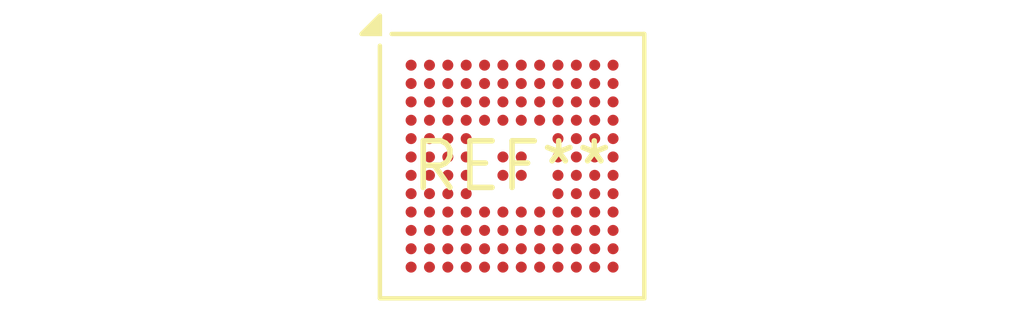
<source format=kicad_pcb>
(kicad_pcb (version 20240108) (generator pcbnew)
  (layers (0 "F.Cu" signal) (31 "B.Cu" signal) (34 "B.Paste" user) (35 "F.Paste" user) (36 "B.SilkS" user "B.Silkscreen") (37 "F.SilkS" user "F.Silkscreen") (38 "B.Mask" user) (39 "F.Mask" user) (44 "Edge.Cuts" user))
  (net 0 "")
  (footprint "UFBGA-132_7x7mm_P0.5mm" (layer "F.Cu") (at 0 0)
    (property "Reference" "REF**")
    (property "Value" "UFBGA-132_7x7mm_P0.5mm")
    (fp_line (start -3.6 3.6) (end -3.6 -3.28) (layer "F.SilkS") (stroke (width 0.12)))
    (fp_line (start -3.28 -3.6) (end 3.6 -3.6) (layer "F.SilkS") (stroke (width 0.12)))
    (fp_line (start 3.6 -3.6) (end 3.6 3.6) (layer "F.SilkS") (stroke (width 0.12)))
    (fp_line (start 3.6 3.6) (end -3.6 3.6) (layer "F.SilkS") (stroke (width 0.12)))
    (fp_poly (pts (xy -3.6 -3.6) (xy -4.1 -3.6) (xy -3.6 -4.1) (xy -3.6 -3.6)) (layer "F.SilkS") (stroke (width 0.12)) (fill solid))
    (pad "A1" smd circle (at -2.75 -2.75) (size 0.3 0.3) (property pad_prop_bga) (layers "F.Cu" "F.Paste" "F.Mask"))
    (pad "A2" smd circle (at -2.25 -2.75) (size 0.3 0.3) (property pad_prop_bga) (layers "F.Cu" "F.Paste" "F.Mask"))
    (pad "A3" smd circle (at -1.75 -2.75) (size 0.3 0.3) (property pad_prop_bga) (layers "F.Cu" "F.Paste" "F.Mask"))
    (pad "A4" smd circle (at -1.25 -2.75) (size 0.3 0.3) (property pad_prop_bga) (layers "F.Cu" "F.Paste" "F.Mask"))
    (pad "A5" smd circle (at -0.75 -2.75) (size 0.3 0.3) (property pad_prop_bga) (layers "F.Cu" "F.Paste" "F.Mask"))
    (pad "A6" smd circle (at -0.25 -2.75) (size 0.3 0.3) (property pad_prop_bga) (layers "F.Cu" "F.Paste" "F.Mask"))
    (pad "A7" smd circle (at 0.25 -2.75) (size 0.3 0.3) (property pad_prop_bga) (layers "F.Cu" "F.Paste" "F.Mask"))
    (pad "A8" smd circle (at 0.75 -2.75) (size 0.3 0.3) (property pad_prop_bga) (layers "F.Cu" "F.Paste" "F.Mask"))
    (pad "A9" smd circle (at 1.25 -2.75) (size 0.3 0.3) (property pad_prop_bga) (layers "F.Cu" "F.Paste" "F.Mask"))
    (pad "A10" smd circle (at 1.75 -2.75) (size 0.3 0.3) (property pad_prop_bga) (layers "F.Cu" "F.Paste" "F.Mask"))
    (pad "A11" smd circle (at 2.25 -2.75) (size 0.3 0.3) (property pad_prop_bga) (layers "F.Cu" "F.Paste" "F.Mask"))
    (pad "A12" smd circle (at 2.75 -2.75) (size 0.3 0.3) (property pad_prop_bga) (layers "F.Cu" "F.Paste" "F.Mask"))
    (pad "B1" smd circle (at -2.75 -2.25) (size 0.3 0.3) (property pad_prop_bga) (layers "F.Cu" "F.Paste" "F.Mask"))
    (pad "B2" smd circle (at -2.25 -2.25) (size 0.3 0.3) (property pad_prop_bga) (layers "F.Cu" "F.Paste" "F.Mask"))
    (pad "B3" smd circle (at -1.75 -2.25) (size 0.3 0.3) (property pad_prop_bga) (layers "F.Cu" "F.Paste" "F.Mask"))
    (pad "B4" smd circle (at -1.25 -2.25) (size 0.3 0.3) (property pad_prop_bga) (layers "F.Cu" "F.Paste" "F.Mask"))
    (pad "B5" smd circle (at -0.75 -2.25) (size 0.3 0.3) (property pad_prop_bga) (layers "F.Cu" "F.Paste" "F.Mask"))
    (pad "B6" smd circle (at -0.25 -2.25) (size 0.3 0.3) (property pad_prop_bga) (layers "F.Cu" "F.Paste" "F.Mask"))
    (pad "B7" smd circle (at 0.25 -2.25) (size 0.3 0.3) (property pad_prop_bga) (layers "F.Cu" "F.Paste" "F.Mask"))
    (pad "B8" smd circle (at 0.75 -2.25) (size 0.3 0.3) (property pad_prop_bga) (layers "F.Cu" "F.Paste" "F.Mask"))
    (pad "B9" smd circle (at 1.25 -2.25) (size 0.3 0.3) (property pad_prop_bga) (layers "F.Cu" "F.Paste" "F.Mask"))
    (pad "B10" smd circle (at 1.75 -2.25) (size 0.3 0.3) (property pad_prop_bga) (layers "F.Cu" "F.Paste" "F.Mask"))
    (pad "B11" smd circle (at 2.25 -2.25) (size 0.3 0.3) (property pad_prop_bga) (layers "F.Cu" "F.Paste" "F.Mask"))
    (pad "B12" smd circle (at 2.75 -2.25) (size 0.3 0.3) (property pad_prop_bga) (layers "F.Cu" "F.Paste" "F.Mask"))
    (pad "C1" smd circle (at -2.75 -1.75) (size 0.3 0.3) (property pad_prop_bga) (layers "F.Cu" "F.Paste" "F.Mask"))
    (pad "C2" smd circle (at -2.25 -1.75) (size 0.3 0.3) (property pad_prop_bga) (layers "F.Cu" "F.Paste" "F.Mask"))
    (pad "C3" smd circle (at -1.75 -1.75) (size 0.3 0.3) (property pad_prop_bga) (layers "F.Cu" "F.Paste" "F.Mask"))
    (pad "C4" smd circle (at -1.25 -1.75) (size 0.3 0.3) (property pad_prop_bga) (layers "F.Cu" "F.Paste" "F.Mask"))
    (pad "C5" smd circle (at -0.75 -1.75) (size 0.3 0.3) (property pad_prop_bga) (layers "F.Cu" "F.Paste" "F.Mask"))
    (pad "C6" smd circle (at -0.25 -1.75) (size 0.3 0.3) (property pad_prop_bga) (layers "F.Cu" "F.Paste" "F.Mask"))
    (pad "C7" smd circle (at 0.25 -1.75) (size 0.3 0.3) (property pad_prop_bga) (layers "F.Cu" "F.Paste" "F.Mask"))
    (pad "C8" smd circle (at 0.75 -1.75) (size 0.3 0.3) (property pad_prop_bga) (layers "F.Cu" "F.Paste" "F.Mask"))
    (pad "C9" smd circle (at 1.25 -1.75) (size 0.3 0.3) (property pad_prop_bga) (layers "F.Cu" "F.Paste" "F.Mask"))
    (pad "C10" smd circle (at 1.75 -1.75) (size 0.3 0.3) (property pad_prop_bga) (layers "F.Cu" "F.Paste" "F.Mask"))
    (pad "C11" smd circle (at 2.25 -1.75) (size 0.3 0.3) (property pad_prop_bga) (layers "F.Cu" "F.Paste" "F.Mask"))
    (pad "C12" smd circle (at 2.75 -1.75) (size 0.3 0.3) (property pad_prop_bga) (layers "F.Cu" "F.Paste" "F.Mask"))
    (pad "D1" smd circle (at -2.75 -1.25) (size 0.3 0.3) (property pad_prop_bga) (layers "F.Cu" "F.Paste" "F.Mask"))
    (pad "D2" smd circle (at -2.25 -1.25) (size 0.3 0.3) (property pad_prop_bga) (layers "F.Cu" "F.Paste" "F.Mask"))
    (pad "D3" smd circle (at -1.75 -1.25) (size 0.3 0.3) (property pad_prop_bga) (layers "F.Cu" "F.Paste" "F.Mask"))
    (pad "D4" smd circle (at -1.25 -1.25) (size 0.3 0.3) (property pad_prop_bga) (layers "F.Cu" "F.Paste" "F.Mask"))
    (pad "D5" smd circle (at -0.75 -1.25) (size 0.3 0.3) (property pad_prop_bga) (layers "F.Cu" "F.Paste" "F.Mask"))
    (pad "D6" smd circle (at -0.25 -1.25) (size 0.3 0.3) (property pad_prop_bga) (layers "F.Cu" "F.Paste" "F.Mask"))
    (pad "D7" smd circle (at 0.25 -1.25) (size 0.3 0.3) (property pad_prop_bga) (layers "F.Cu" "F.Paste" "F.Mask"))
    (pad "D8" smd circle (at 0.75 -1.25) (size 0.3 0.3) (property pad_prop_bga) (layers "F.Cu" "F.Paste" "F.Mask"))
    (pad "D9" smd circle (at 1.25 -1.25) (size 0.3 0.3) (property pad_prop_bga) (layers "F.Cu" "F.Paste" "F.Mask"))
    (pad "D10" smd circle (at 1.75 -1.25) (size 0.3 0.3) (property pad_prop_bga) (layers "F.Cu" "F.Paste" "F.Mask"))
    (pad "D11" smd circle (at 2.25 -1.25) (size 0.3 0.3) (property pad_prop_bga) (layers "F.Cu" "F.Paste" "F.Mask"))
    (pad "D12" smd circle (at 2.75 -1.25) (size 0.3 0.3) (property pad_prop_bga) (layers "F.Cu" "F.Paste" "F.Mask"))
    (pad "E1" smd circle (at -2.75 -0.75) (size 0.3 0.3) (property pad_prop_bga) (layers "F.Cu" "F.Paste" "F.Mask"))
    (pad "E2" smd circle (at -2.25 -0.75) (size 0.3 0.3) (property pad_prop_bga) (layers "F.Cu" "F.Paste" "F.Mask"))
    (pad "E3" smd circle (at -1.75 -0.75) (size 0.3 0.3) (property pad_prop_bga) (layers "F.Cu" "F.Paste" "F.Mask"))
    (pad "E4" smd circle (at -1.25 -0.75) (size 0.3 0.3) (property pad_prop_bga) (layers "F.Cu" "F.Paste" "F.Mask"))
    (pad "E9" smd circle (at 1.25 -0.75) (size 0.3 0.3) (property pad_prop_bga) (layers "F.Cu" "F.Paste" "F.Mask"))
    (pad "E10" smd circle (at 1.75 -0.75) (size 0.3 0.3) (property pad_prop_bga) (layers "F.Cu" "F.Paste" "F.Mask"))
    (pad "E11" smd circle (at 2.25 -0.75) (size 0.3 0.3) (property pad_prop_bga) (layers "F.Cu" "F.Paste" "F.Mask"))
    (pad "E12" smd circle (at 2.75 -0.75) (size 0.3 0.3) (property pad_prop_bga) (layers "F.Cu" "F.Paste" "F.Mask"))
    (pad "F1" smd circle (at -2.75 -0.25) (size 0.3 0.3) (property pad_prop_bga) (layers "F.Cu" "F.Paste" "F.Mask"))
    (pad "F2" smd circle (at -2.25 -0.25) (size 0.3 0.3) (property pad_prop_bga) (layers "F.Cu" "F.Paste" "F.Mask"))
    (pad "F3" smd circle (at -1.75 -0.25) (size 0.3 0.3) (property pad_prop_bga) (layers "F.Cu" "F.Paste" "F.Mask"))
    (pad "F4" smd circle (at -1.25 -0.25) (size 0.3 0.3) (property pad_prop_bga) (layers "F.Cu" "F.Paste" "F.Mask"))
    (pad "F6" smd circle (at -0.25 -0.25) (size 0.3 0.3) (property pad_prop_bga) (layers "F.Cu" "F.Paste" "F.Mask"))
    (pad "F7" smd circle (at 0.25 -0.25) (size 0.3 0.3) (property pad_prop_bga) (layers "F.Cu" "F.Paste" "F.Mask"))
    (pad "F9" smd circle (at 1.25 -0.25) (size 0.3 0.3) (property pad_prop_bga) (layers "F.Cu" "F.Paste" "F.Mask"))
    (pad "F10" smd circle (at 1.75 -0.25) (size 0.3 0.3) (property pad_prop_bga) (layers "F.Cu" "F.Paste" "F.Mask"))
    (pad "F11" smd circle (at 2.25 -0.25) (size 0.3 0.3) (property pad_prop_bga) (layers "F.Cu" "F.Paste" "F.Mask"))
    (pad "F12" smd circle (at 2.75 -0.25) (size 0.3 0.3) (property pad_prop_bga) (layers "F.Cu" "F.Paste" "F.Mask"))
    (pad "G1" smd circle (at -2.75 0.25) (size 0.3 0.3) (property pad_prop_bga) (layers "F.Cu" "F.Paste" "F.Mask"))
    (pad "G2" smd circle (at -2.25 0.25) (size 0.3 0.3) (property pad_prop_bga) (layers "F.Cu" "F.Paste" "F.Mask"))
    (pad "G3" smd circle (at -1.75 0.25) (size 0.3 0.3) (property pad_prop_bga) (layers "F.Cu" "F.Paste" "F.Mask"))
    (pad "G4" smd circle (at -1.25 0.25) (size 0.3 0.3) (property pad_prop_bga) (layers "F.Cu" "F.Paste" "F.Mask"))
    (pad "G6" smd circle (at -0.25 0.25) (size 0.3 0.3) (property pad_prop_bga) (layers "F.Cu" "F.Paste" "F.Mask"))
    (pad "G7" smd circle (at 0.25 0.25) (size 0.3 0.3) (property pad_prop_bga) (layers "F.Cu" "F.Paste" "F.Mask"))
    (pad "G9" smd circle (at 1.25 0.25) (size 0.3 0.3) (property pad_prop_bga) (layers "F.Cu" "F.Paste" "F.Mask"))
    (pad "G10" smd circle (at 1.75 0.25) (size 0.3 0.3) (property pad_prop_bga) (layers "F.Cu" "F.Paste" "F.Mask"))
    (pad "G11" smd circle (at 2.25 0.25) (size 0.3 0.3) (property pad_prop_bga) (layers "F.Cu" "F.Paste" "F.Mask"))
    (pad "G12" smd circle (at 2.75 0.25) (size 0.3 0.3) (property pad_prop_bga) (layers "F.Cu" "F.Paste" "F.Mask"))
    (pad "H1" smd circle (at -2.75 0.75) (size 0.3 0.3) (property pad_prop_bga) (layers "F.Cu" "F.Paste" "F.Mask"))
    (pad "H2" smd circle (at -2.25 0.75) (size 0.3 0.3) (property pad_prop_bga) (layers "F.Cu" "F.Paste" "F.Mask"))
    (pad "H3" smd circle (at -1.75 0.75) (size 0.3 0.3) (property pad_prop_bga) (layers "F.Cu" "F.Paste" "F.Mask"))
    (pad "H4" smd circle (at -1.25 0.75) (size 0.3 0.3) (property pad_prop_bga) (layers "F.Cu" "F.Paste" "F.Mask"))
    (pad "H9" smd circle (at 1.25 0.75) (size 0.3 0.3) (property pad_prop_bga) (layers "F.Cu" "F.Paste" "F.Mask"))
    (pad "H10" smd circle (at 1.75 0.75) (size 0.3 0.3) (property pad_prop_bga) (layers "F.Cu" "F.Paste" "F.Mask"))
    (pad "H11" smd circle (at 2.25 0.75) (size 0.3 0.3) (property pad_prop_bga) (layers "F.Cu" "F.Paste" "F.Mask"))
    (pad "H12" smd circle (at 2.75 0.75) (size 0.3 0.3) (property pad_prop_bga) (layers "F.Cu" "F.Paste" "F.Mask"))
    (pad "J1" smd circle (at -2.75 1.25) (size 0.3 0.3) (property pad_prop_bga) (layers "F.Cu" "F.Paste" "F.Mask"))
    (pad "J2" smd circle (at -2.25 1.25) (size 0.3 0.3) (property pad_prop_bga) (layers "F.Cu" "F.Paste" "F.Mask"))
    (pad "J3" smd circle (at -1.75 1.25) (size 0.3 0.3) (property pad_prop_bga) (layers "F.Cu" "F.Paste" "F.Mask"))
    (pad "J4" smd circle (at -1.25 1.25) (size 0.3 0.3) (property pad_prop_bga) (layers "F.Cu" "F.Paste" "F.Mask"))
    (pad "J5" smd circle (at -0.75 1.25) (size 0.3 0.3) (property pad_prop_bga) (layers "F.Cu" "F.Paste" "F.Mask"))
    (pad "J6" smd circle (at -0.25 1.25) (size 0.3 0.3) (property pad_prop_bga) (layers "F.Cu" "F.Paste" "F.Mask"))
    (pad "J7" smd circle (at 0.25 1.25) (size 0.3 0.3) (property pad_prop_bga) (layers "F.Cu" "F.Paste" "F.Mask"))
    (pad "J8" smd circle (at 0.75 1.25) (size 0.3 0.3) (property pad_prop_bga) (layers "F.Cu" "F.Paste" "F.Mask"))
    (pad "J9" smd circle (at 1.25 1.25) (size 0.3 0.3) (property pad_prop_bga) (layers "F.Cu" "F.Paste" "F.Mask"))
    (pad "J10" smd circle (at 1.75 1.25) (size 0.3 0.3) (property pad_prop_bga) (layers "F.Cu" "F.Paste" "F.Mask"))
    (pad "J11" smd circle (at 2.25 1.25) (size 0.3 0.3) (property pad_prop_bga) (layers "F.Cu" "F.Paste" "F.Mask"))
    (pad "J12" smd circle (at 2.75 1.25) (size 0.3 0.3) (property pad_prop_bga) (layers "F.Cu" "F.Paste" "F.Mask"))
    (pad "K1" smd circle (at -2.75 1.75) (size 0.3 0.3) (property pad_prop_bga) (layers "F.Cu" "F.Paste" "F.Mask"))
    (pad "K2" smd circle (at -2.25 1.75) (size 0.3 0.3) (property pad_prop_bga) (layers "F.Cu" "F.Paste" "F.Mask"))
    (pad "K3" smd circle (at -1.75 1.75) (size 0.3 0.3) (property pad_prop_bga) (layers "F.Cu" "F.Paste" "F.Mask"))
    (pad "K4" smd circle (at -1.25 1.75) (size 0.3 0.3) (property pad_prop_bga) (layers "F.Cu" "F.Paste" "F.Mask"))
    (pad "K5" smd circle (at -0.75 1.75) (size 0.3 0.3) (property pad_prop_bga) (layers "F.Cu" "F.Paste" "F.Mask"))
    (pad "K6" smd circle (at -0.25 1.75) (size 0.3 0.3) (property pad_prop_bga) (layers "F.Cu" "F.Paste" "F.Mask"))
    (pad "K7" smd circle (at 0.25 1.75) (size 0.3 0.3) (property pad_prop_bga) (layers "F.Cu" "F.Paste" "F.Mask"))
    (pad "K8" smd circle (at 0.75 1.75) (size 0.3 0.3) (property pad_prop_bga) (layers "F.Cu" "F.Paste" "F.Mask"))
    (pad "K9" smd circle (at 1.25 1.75) (size 0.3 0.3) (property pad_prop_bga) (layers "F.Cu" "F.Paste" "F.Mask"))
    (pad "K10" smd circle (at 1.75 1.75) (size 0.3 0.3) (property pad_prop_bga) (layers "F.Cu" "F.Paste" "F.Mask"))
    (pad "K11" smd circle (at 2.25 1.75) (size 0.3 0.3) (property pad_prop_bga) (layers "F.Cu" "F.Paste" "F.Mask"))
    (pad "K12" smd circle (at 2.75 1.75) (size 0.3 0.3) (property pad_prop_bga) (layers "F.Cu" "F.Paste" "F.Mask"))
    (pad "L1" smd circle (at -2.75 2.25) (size 0.3 0.3) (property pad_prop_bga) (layers "F.Cu" "F.Paste" "F.Mask"))
    (pad "L2" smd circle (at -2.25 2.25) (size 0.3 0.3) (property pad_prop_bga) (layers "F.Cu" "F.Paste" "F.Mask"))
    (pad "L3" smd circle (at -1.75 2.25) (size 0.3 0.3) (property pad_prop_bga) (layers "F.Cu" "F.Paste" "F.Mask"))
    (pad "L4" smd circle (at -1.25 2.25) (size 0.3 0.3) (property pad_prop_bga) (layers "F.Cu" "F.Paste" "F.Mask"))
    (pad "L5" smd circle (at -0.75 2.25) (size 0.3 0.3) (property pad_prop_bga) (layers "F.Cu" "F.Paste" "F.Mask"))
    (pad "L6" smd circle (at -0.25 2.25) (size 0.3 0.3) (property pad_prop_bga) (layers "F.Cu" "F.Paste" "F.Mask"))
    (pad "L7" smd circle (at 0.25 2.25) (size 0.3 0.3) (property pad_prop_bga) (layers "F.Cu" "F.Paste" "F.Mask"))
    (pad "L8" smd circle (at 0.75 2.25) (size 0.3 0.3) (property pad_prop_bga) (layers "F.Cu" "F.Paste" "F.Mask"))
    (pad "L9" smd circle (at 1.25 2.25) (size 0.3 0.3) (property pad_prop_bga) (layers "F.Cu" "F.Paste" "F.Mask"))
    (pad "L10" smd circle (at 1.75 2.25) (size 0.3 0.3) (property pad_prop_bga) (layers "F.Cu" "F.Paste" "F.Mask"))
    (pad "L11" smd circle (at 2.25 2.25) (size 0.3 0.3) (property pad_prop_bga) (layers "F.Cu" "F.Paste" "F.Mask"))
    (pad "L12" smd circle (at 2.75 2.25) (size 0.3 0.3) (property pad_prop_bga) (layers "F.Cu" "F.Paste" "F.Mask"))
    (pad "M1" smd circle (at -2.75 2.75) (size 0.3 0.3) (property pad_prop_bga) (layers "F.Cu" "F.Paste" "F.Mask"))
    (pad "M2" smd circle (at -2.25 2.75) (size 0.3 0.3) (property pad_prop_bga) (layers "F.Cu" "F.Paste" "F.Mask"))
    (pad "M3" smd circle (at -1.75 2.75) (size 0.3 0.3) (property pad_prop_bga) (layers "F.Cu" "F.Paste" "F.Mask"))
    (pad "M4" smd circle (at -1.25 2.75) (size 0.3 0.3) (property pad_prop_bga) (layers "F.Cu" "F.Paste" "F.Mask"))
    (pad "M5" smd circle (at -0.75 2.75) (size 0.3 0.3) (property pad_prop_bga) (layers "F.Cu" "F.Paste" "F.Mask"))
    (pad "M6" smd circle (at -0.25 2.75) (size 0.3 0.3) (property pad_prop_bga) (layers "F.Cu" "F.Paste" "F.Mask"))
    (pad "M7" smd circle (at 0.25 2.75) (size 0.3 0.3) (property pad_prop_bga) (layers "F.Cu" "F.Paste" "F.Mask"))
    (pad "M8" smd circle (at 0.75 2.75) (size 0.3 0.3) (property pad_prop_bga) (layers "F.Cu" "F.Paste" "F.Mask"))
    (pad "M9" smd circle (at 1.25 2.75) (size 0.3 0.3) (property pad_prop_bga) (layers "F.Cu" "F.Paste" "F.Mask"))
    (pad "M10" smd circle (at 1.75 2.75) (size 0.3 0.3) (property pad_prop_bga) (layers "F.Cu" "F.Paste" "F.Mask"))
    (pad "M11" smd circle (at 2.25 2.75) (size 0.3 0.3) (property pad_prop_bga) (layers "F.Cu" "F.Paste" "F.Mask"))
    (pad "M12" smd circle (at 2.75 2.75) (size 0.3 0.3) (property pad_prop_bga) (layers "F.Cu" "F.Paste" "F.Mask"))
  )
)
</source>
